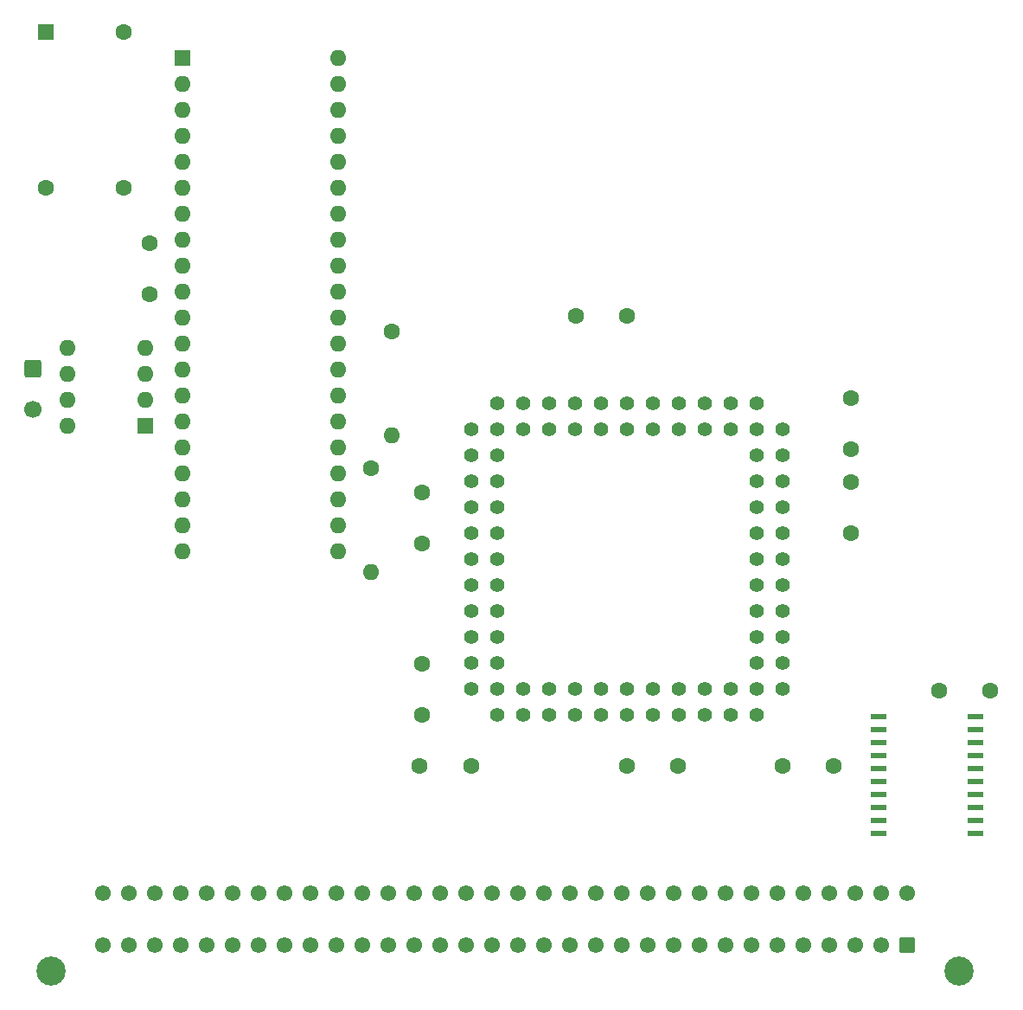
<source format=gbr>
%TF.GenerationSoftware,KiCad,Pcbnew,7.0.5*%
%TF.CreationDate,2024-02-10T13:24:14-07:00*%
%TF.ProjectId,z80_board,7a38305f-626f-4617-9264-2e6b69636164,rev?*%
%TF.SameCoordinates,Original*%
%TF.FileFunction,Soldermask,Top*%
%TF.FilePolarity,Negative*%
%FSLAX46Y46*%
G04 Gerber Fmt 4.6, Leading zero omitted, Abs format (unit mm)*
G04 Created by KiCad (PCBNEW 7.0.5) date 2024-02-10 13:24:14*
%MOMM*%
%LPD*%
G01*
G04 APERTURE LIST*
G04 Aperture macros list*
%AMRoundRect*
0 Rectangle with rounded corners*
0 $1 Rounding radius*
0 $2 $3 $4 $5 $6 $7 $8 $9 X,Y pos of 4 corners*
0 Add a 4 corners polygon primitive as box body*
4,1,4,$2,$3,$4,$5,$6,$7,$8,$9,$2,$3,0*
0 Add four circle primitives for the rounded corners*
1,1,$1+$1,$2,$3*
1,1,$1+$1,$4,$5*
1,1,$1+$1,$6,$7*
1,1,$1+$1,$8,$9*
0 Add four rect primitives between the rounded corners*
20,1,$1+$1,$2,$3,$4,$5,0*
20,1,$1+$1,$4,$5,$6,$7,0*
20,1,$1+$1,$6,$7,$8,$9,0*
20,1,$1+$1,$8,$9,$2,$3,0*%
G04 Aperture macros list end*
%ADD10RoundRect,0.250000X-0.600000X0.600000X-0.600000X-0.600000X0.600000X-0.600000X0.600000X0.600000X0*%
%ADD11C,1.700000*%
%ADD12C,1.600000*%
%ADD13R,1.500000X0.600000*%
%ADD14R,1.600000X1.600000*%
%ADD15O,1.600000X1.600000*%
%ADD16C,1.422400*%
%ADD17RoundRect,0.249999X0.525001X0.525001X-0.525001X0.525001X-0.525001X-0.525001X0.525001X-0.525001X0*%
%ADD18C,1.550000*%
%ADD19C,2.850000*%
G04 APERTURE END LIST*
D10*
%TO.C,SW1*%
X82750000Y-100000000D03*
D11*
X82750000Y-104000000D03*
%TD*%
D12*
%TO.C,C9*%
X94150000Y-92800000D03*
X94150000Y-87800000D03*
%TD*%
D13*
%TO.C,U2*%
X175000000Y-145465000D03*
X175000000Y-144195000D03*
X175000000Y-142925000D03*
X175000000Y-141655000D03*
X175000000Y-140385000D03*
X175000000Y-139115000D03*
X175000000Y-137845000D03*
X175000000Y-136575000D03*
X175000000Y-135305000D03*
X175000000Y-134035000D03*
X165500000Y-134035000D03*
X165500000Y-135305000D03*
X165500000Y-136575000D03*
X165500000Y-137845000D03*
X165500000Y-139115000D03*
X165500000Y-140385000D03*
X165500000Y-141655000D03*
X165500000Y-142925000D03*
X165500000Y-144195000D03*
X165500000Y-145465000D03*
%TD*%
D12*
%TO.C,C10*%
X176500000Y-131500000D03*
X171500000Y-131500000D03*
%TD*%
D14*
%TO.C,U4*%
X93750000Y-105642704D03*
D15*
X93750000Y-103102704D03*
X93750000Y-100562704D03*
X93750000Y-98022704D03*
X86130000Y-98022704D03*
X86130000Y-100562704D03*
X86130000Y-103102704D03*
X86130000Y-105642704D03*
%TD*%
D12*
%TO.C,C3*%
X140867295Y-94882704D03*
X135867295Y-94882704D03*
%TD*%
D16*
%TO.C,U3*%
X143407295Y-105932704D03*
X143407295Y-103392704D03*
X145947295Y-105932704D03*
X145947295Y-103392704D03*
X148487295Y-105932704D03*
X148487295Y-103392704D03*
X151027295Y-105932704D03*
X151027295Y-103392704D03*
X153567295Y-105932704D03*
X153567295Y-103392704D03*
X156107295Y-105932704D03*
X153567295Y-108472704D03*
X156107295Y-108472704D03*
X153567295Y-111012704D03*
X156107295Y-111012704D03*
X153567295Y-113552704D03*
X156107295Y-113552704D03*
X153567295Y-116092704D03*
X156107295Y-116092704D03*
X153567295Y-118632704D03*
X156107295Y-118632704D03*
X153567295Y-121172704D03*
X156107295Y-121172704D03*
X153567295Y-123712704D03*
X156107295Y-123712704D03*
X153567295Y-126252704D03*
X156107295Y-126252704D03*
X153567295Y-128792704D03*
X156107295Y-128792704D03*
X153567295Y-131332704D03*
X156107295Y-131332704D03*
X153567295Y-133872704D03*
X151027295Y-131332704D03*
X151027295Y-133872704D03*
X148487295Y-131332704D03*
X148487295Y-133872704D03*
X145947295Y-131332704D03*
X145947295Y-133872704D03*
X143407295Y-131332704D03*
X143407295Y-133872704D03*
X140867295Y-131332704D03*
X140867295Y-133872704D03*
X138327295Y-131332704D03*
X138327295Y-133872704D03*
X135787295Y-131332704D03*
X135787295Y-133872704D03*
X133247295Y-131332704D03*
X133247295Y-133872704D03*
X130707295Y-131332704D03*
X130707295Y-133872704D03*
X128167295Y-131332704D03*
X128167295Y-133872704D03*
X125627295Y-131332704D03*
X128167295Y-128792704D03*
X125627295Y-128792704D03*
X128167295Y-126252704D03*
X125627295Y-126252704D03*
X128167295Y-123712704D03*
X125627295Y-123712704D03*
X128167295Y-121172704D03*
X125627295Y-121172704D03*
X128167295Y-118632704D03*
X125627295Y-118632704D03*
X128167295Y-116092704D03*
X125627295Y-116092704D03*
X128167295Y-113552704D03*
X125627295Y-113552704D03*
X128167295Y-111012704D03*
X125627295Y-111012704D03*
X128167295Y-108472704D03*
X125627295Y-108472704D03*
X128167295Y-105932704D03*
X125627295Y-105932704D03*
X128167295Y-103392704D03*
X130707295Y-105932704D03*
X130707295Y-103392704D03*
X133247295Y-105932704D03*
X133247295Y-103392704D03*
X135787295Y-105932704D03*
X135787295Y-103392704D03*
X138327295Y-105932704D03*
X138327295Y-103392704D03*
X140867295Y-105932704D03*
X140867295Y-103392704D03*
%TD*%
D12*
%TO.C,C1*%
X162867295Y-116132704D03*
X162867295Y-111132704D03*
%TD*%
D14*
%TO.C,U1*%
X97367295Y-69642704D03*
D15*
X97367295Y-72182704D03*
X97367295Y-74722704D03*
X97367295Y-77262704D03*
X97367295Y-79802704D03*
X97367295Y-82342704D03*
X97367295Y-84882704D03*
X97367295Y-87422704D03*
X97367295Y-89962704D03*
X97367295Y-92502704D03*
X97367295Y-95042704D03*
X97367295Y-97582704D03*
X97367295Y-100122704D03*
X97367295Y-102662704D03*
X97367295Y-105202704D03*
X97367295Y-107742704D03*
X97367295Y-110282704D03*
X97367295Y-112822704D03*
X97367295Y-115362704D03*
X97367295Y-117902704D03*
X112607295Y-117902704D03*
X112607295Y-115362704D03*
X112607295Y-112822704D03*
X112607295Y-110282704D03*
X112607295Y-107742704D03*
X112607295Y-105202704D03*
X112607295Y-102662704D03*
X112607295Y-100122704D03*
X112607295Y-97582704D03*
X112607295Y-95042704D03*
X112607295Y-92502704D03*
X112607295Y-89962704D03*
X112607295Y-87422704D03*
X112607295Y-84882704D03*
X112607295Y-82342704D03*
X112607295Y-79802704D03*
X112607295Y-77262704D03*
X112607295Y-74722704D03*
X112607295Y-72182704D03*
X112607295Y-69642704D03*
%TD*%
D12*
%TO.C,C6*%
X140867295Y-138882704D03*
X145867295Y-138882704D03*
%TD*%
%TO.C,C2*%
X162867295Y-107882704D03*
X162867295Y-102882704D03*
%TD*%
D17*
%TO.C,J1*%
X168320000Y-156460000D03*
D18*
X165780000Y-156460000D03*
X163240000Y-156460000D03*
X160700000Y-156460000D03*
X158160000Y-156460000D03*
X155620000Y-156460000D03*
X153080000Y-156460000D03*
X150540000Y-156460000D03*
X148000000Y-156460000D03*
X145460000Y-156460000D03*
X142920000Y-156460000D03*
X140380000Y-156460000D03*
X137840000Y-156460000D03*
X135300000Y-156460000D03*
X132760000Y-156460000D03*
X130220000Y-156460000D03*
X127680000Y-156460000D03*
X125140000Y-156460000D03*
X122600000Y-156460000D03*
X120060000Y-156460000D03*
X117520000Y-156460000D03*
X114980000Y-156460000D03*
X112440000Y-156460000D03*
X109900000Y-156460000D03*
X107360000Y-156460000D03*
X104820000Y-156460000D03*
X102280000Y-156460000D03*
X99740000Y-156460000D03*
X97200000Y-156460000D03*
X94660000Y-156460000D03*
X92120000Y-156460000D03*
X89580000Y-156460000D03*
X89580000Y-151380000D03*
X92120000Y-151380000D03*
X94660000Y-151380000D03*
X97200000Y-151380000D03*
X99740000Y-151380000D03*
X102280000Y-151380000D03*
X104820000Y-151380000D03*
X107360000Y-151380000D03*
X109900000Y-151380000D03*
X112440000Y-151380000D03*
X114980000Y-151380000D03*
X117520000Y-151380000D03*
X120060000Y-151380000D03*
X122600000Y-151380000D03*
X125140000Y-151380000D03*
X127680000Y-151380000D03*
X130220000Y-151380000D03*
X132760000Y-151380000D03*
X135300000Y-151380000D03*
X137840000Y-151380000D03*
X140380000Y-151380000D03*
X142920000Y-151380000D03*
X145460000Y-151380000D03*
X148000000Y-151380000D03*
X150540000Y-151380000D03*
X153080000Y-151380000D03*
X155620000Y-151380000D03*
X158160000Y-151380000D03*
X160700000Y-151380000D03*
X163240000Y-151380000D03*
X165780000Y-151380000D03*
X168320000Y-151380000D03*
D19*
X84500000Y-159000000D03*
X173400000Y-159000000D03*
%TD*%
D12*
%TO.C,C8*%
X120867295Y-128882704D03*
X120867295Y-133882704D03*
%TD*%
D14*
%TO.C,X1*%
X83997295Y-67142704D03*
D12*
X83997295Y-82382704D03*
X91617295Y-82382704D03*
X91617295Y-67142704D03*
%TD*%
%TO.C,R6*%
X117867295Y-96382704D03*
D15*
X117867295Y-106542704D03*
%TD*%
D12*
%TO.C,C7*%
X156117295Y-138882704D03*
X161117295Y-138882704D03*
%TD*%
%TO.C,C4*%
X120867295Y-112132704D03*
X120867295Y-117132704D03*
%TD*%
%TO.C,C5*%
X125617295Y-138882704D03*
X120617295Y-138882704D03*
%TD*%
%TO.C,R1*%
X115867295Y-109802704D03*
D15*
X115867295Y-119962704D03*
%TD*%
M02*

</source>
